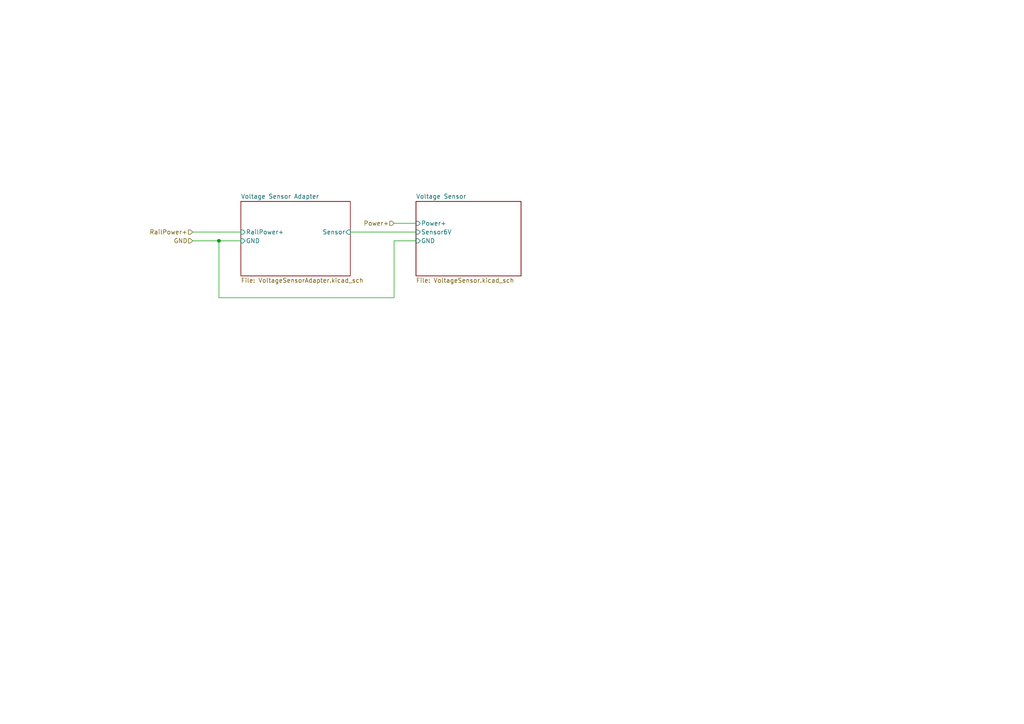
<source format=kicad_sch>
(kicad_sch (version 20211123) (generator eeschema)
  (paper "A4")
  (title_block (title "Sensor Subsystem") (date "2020-01-07") (rev "1"))
  (lib_symbols)
  (junction (at 63.5 69.85))
  (wire (pts (xy 63.5 86.36) (xy 114.3 86.36)))
  (wire (pts (xy 114.3 69.85) (xy 114.3 86.36)))
  (wire (pts (xy 114.3 69.85) (xy 120.65 69.85)))
  (wire (pts (xy 114.3 64.77) (xy 120.65 64.77)))
  (wire (pts (xy 55.88 67.31) (xy 69.85 67.31)))
  (wire (pts (xy 101.6 67.31) (xy 120.65 67.31)))
  (wire (pts (xy 55.88 69.85) (xy 63.5 69.85)))
  (wire (pts (xy 69.85 69.85) (xy 63.5 69.85)))
  (wire (pts (xy 63.5 69.85) (xy 63.5 86.36)))
  (hierarchical_label "GND" (shape input) (at 55.88 69.85 180))
  (hierarchical_label "Power+" (shape input) (at 114.3 64.77 180))
  (hierarchical_label "RailPower+" (shape input) (at 55.88 67.31 180))
  (sheet (at 120.65 58.42) (size 30.48 21.59)
    (property "Sheet name" "Voltage Sensor" (at 120.65 57.7084 0) (effects (justify left bottom)))
    (property "Sheet file" "VoltageSensor.kicad_sch" (at 120.65 80.5946 0) (effects (justify left top)))
    (pin "Sensor6V" input (at 120.65 67.31 180))
    (pin "Power+" input (at 120.65 64.77 180))
    (pin "GND" input (at 120.65 69.85 180))
  )
  (sheet (at 69.85 58.42) (size 31.75 21.59)
    (property "Sheet name" "Voltage Sensor Adapter" (at 69.85 57.7084 0) (effects (justify left bottom)))
    (property "Sheet file" "VoltageSensorAdapter.kicad_sch" (at 69.85 80.5946 0) (effects (justify left top)))
    (pin "RailPower+" input (at 69.85 67.31 180))
    (pin "Sensor" input (at 101.6 67.31 0))
    (pin "GND" input (at 69.85 69.85 180))
  )
)
</source>
